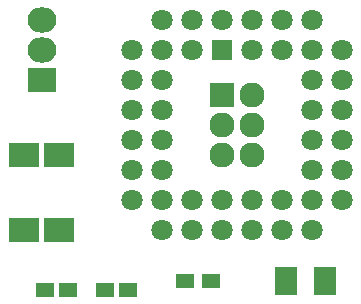
<source format=gts>
%TF.GenerationSoftware,KiCad,Pcbnew,4.0.2+dfsg1-stable*%
%TF.CreationDate,2018-11-15T01:04:14+01:00*%
%TF.ProjectId,A600MPU-Adapter,413630304D50552D416461707465722E,rev?*%
%TF.FileFunction,Soldermask,Top*%
%FSLAX46Y46*%
G04 Gerber Fmt 4.6, Leading zero omitted, Abs format (unit mm)*
G04 Created by KiCad (PCBNEW 4.0.2+dfsg1-stable) date Thu 15 Nov 2018 01:04:14 CET*
%MOMM*%
G01*
G04 APERTURE LIST*
%ADD10C,0.100000*%
%ADD11R,2.599640X2.000200*%
%ADD12R,1.600000X1.150000*%
%ADD13R,1.924000X2.432000*%
%ADD14R,2.432000X2.127200*%
%ADD15O,2.432000X2.127200*%
%ADD16R,1.600000X1.300000*%
%ADD17R,1.797000X1.797000*%
%ADD18C,1.797000*%
%ADD19R,2.127200X2.127200*%
%ADD20O,2.127200X2.127200*%
G04 APERTURE END LIST*
D10*
D11*
X147551140Y-113030000D03*
X144548860Y-113030000D03*
D12*
X148270000Y-118110000D03*
X146370000Y-118110000D03*
D11*
X147551140Y-106680000D03*
X144548860Y-106680000D03*
D12*
X153350000Y-118110000D03*
X151450000Y-118110000D03*
D13*
X166751000Y-117348000D03*
X170053000Y-117348000D03*
D14*
X146050000Y-100330000D03*
D15*
X146050000Y-97790000D03*
X146050000Y-95250000D03*
D16*
X160358000Y-117348000D03*
X158158000Y-117348000D03*
D17*
X161290000Y-97790000D03*
D18*
X163830000Y-95250000D03*
X163830000Y-97790000D03*
X166370000Y-95250000D03*
X166370000Y-97790000D03*
X168910000Y-95250000D03*
X171450000Y-97790000D03*
X168910000Y-97790000D03*
X171450000Y-100330000D03*
X168910000Y-100330000D03*
X171450000Y-102870000D03*
X168910000Y-102870000D03*
X171450000Y-105410000D03*
X168910000Y-105410000D03*
X171450000Y-107950000D03*
X168910000Y-107950000D03*
X171450000Y-110490000D03*
X168910000Y-113030000D03*
X168910000Y-110490000D03*
X166370000Y-113030000D03*
X166370000Y-110490000D03*
X163830000Y-113030000D03*
X163830000Y-110490000D03*
X161290000Y-113030000D03*
X161290000Y-110490000D03*
X158750000Y-113030000D03*
X158750000Y-110490000D03*
X156210000Y-113030000D03*
X153670000Y-110490000D03*
X156210000Y-110490000D03*
X153670000Y-107950000D03*
X156210000Y-107950000D03*
X153670000Y-105410000D03*
X156210000Y-105410000D03*
X153670000Y-102870000D03*
X156210000Y-102870000D03*
X153670000Y-100330000D03*
X156210000Y-100330000D03*
X153670000Y-97790000D03*
X156210000Y-95250000D03*
X156210000Y-97790000D03*
X158750000Y-95250000D03*
X158750000Y-97790000D03*
X161290000Y-95250000D03*
D19*
X161290000Y-101600000D03*
D20*
X163830000Y-101600000D03*
X161290000Y-104140000D03*
X163830000Y-104140000D03*
X161290000Y-106680000D03*
X163830000Y-106680000D03*
M02*

</source>
